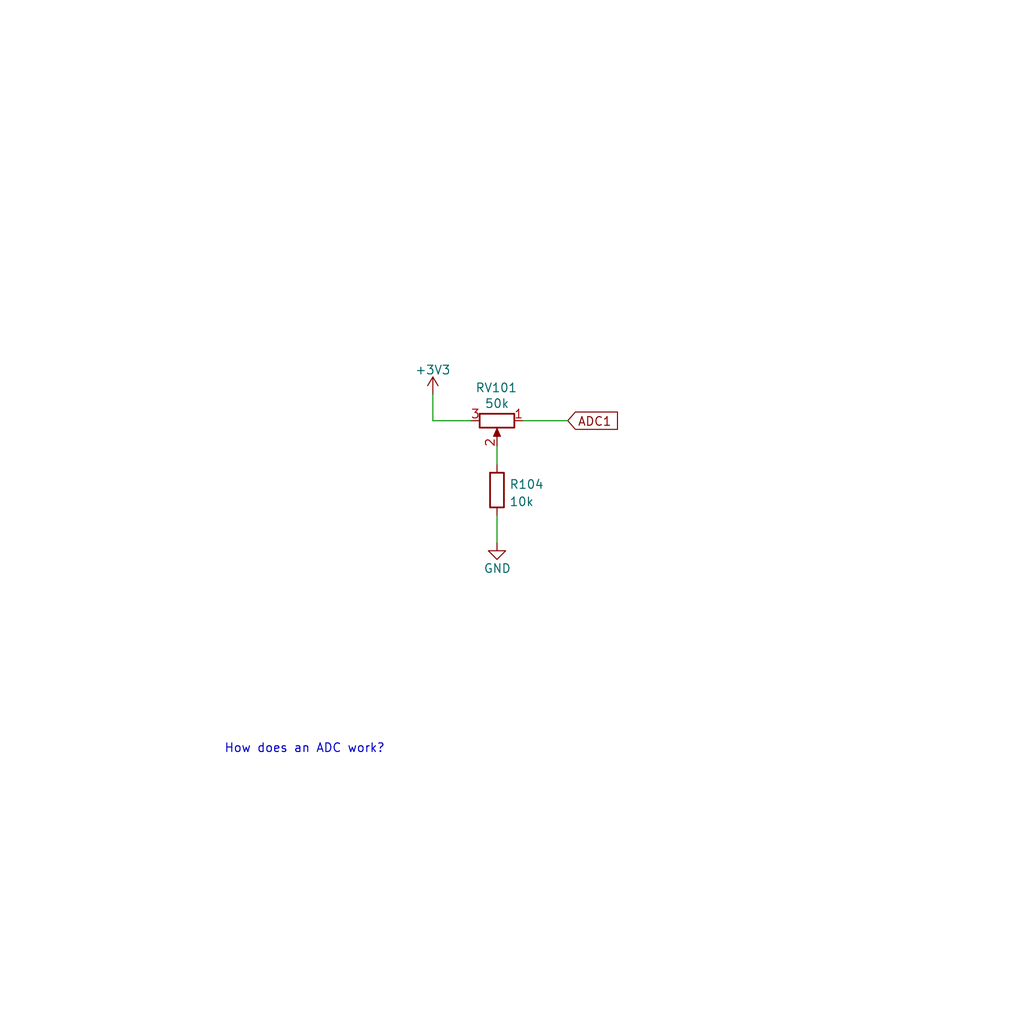
<source format=kicad_sch>
(kicad_sch (version 20211123) (generator eeschema)
  (paper "User" 150.012 150.012)
  (lib_symbols
    (symbol "Device:R" (pin_numbers hide) (pin_names (offset 0))
      (property "Reference" "R" (at 2.032 0 90))
      (property "Value" "R" (at 0 0 90))
      (symbol "R_0_1"
        (rectangle (start -1.016 -2.54) (end 1.016 2.54) (stroke (width 0.254)))
      )
      (symbol "R_1_1"
        (pin passive line (at 0 3.81 270) (length 1.27) (name "~") (number "1"))
        (pin passive line (at 0 -3.81 90) (length 1.27) (name "~") (number "2"))
      )
    )
    (symbol "Device:R_Potentiometer" (pin_names (offset 1.016) hide)
      (property "Reference" "RV" (at -4.445 0 90))
      (property "Value" "R_Potentiometer" (at -2.54 0 90))
      (symbol "R_Potentiometer_0_1"
        (polyline (pts (xy 2.54 0) (xy 1.524 0)))
        (polyline (pts (xy 1.143 0) (xy 2.286 0.508) (xy 2.286 -0.508) (xy 1.143 0)) (fill (type outline)))
        (rectangle (start 1.016 2.54) (end -1.016 -2.54) (stroke (width 0.254)))
      )
      (symbol "R_Potentiometer_1_1"
        (pin passive line (at 0 3.81 270) (length 1.27) (name "1") (number "1"))
        (pin passive line (at 3.81 0 180) (length 1.27) (name "2") (number "2"))
        (pin passive line (at 0 -3.81 90) (length 1.27) (name "3") (number "3"))
      )
    )
    (symbol "power:+3V3" (power) (pin_names (offset 0))
      (property "Value" "+3V3" (at 0 3.556 0))
      (symbol "+3V3_0_1"
        (polyline (pts (xy -0.762 1.27) (xy 0 2.54)))
        (polyline (pts (xy 0 0) (xy 0 2.54)))
        (polyline (pts (xy 0 2.54) (xy 0.762 1.27)))
      )
      (symbol "+3V3_1_1"
        (pin power_in line (at 0 0 90) (length 0) hide (name "+3V3") (number "1"))
      )
    )
    (symbol "power:GND" (power) (pin_names (offset 0))
      (property "Value" "GND" (at 0 -3.81 0))
      (symbol "GND_0_1"
        (polyline (pts (xy 0 0) (xy 0 -1.27) (xy 1.27 -1.27) (xy 0 -2.54) (xy -1.27 -1.27) (xy 0 -1.27)))
      )
      (symbol "GND_1_1"
        (pin power_in line (at 0 0 270) (length 0) hide (name "GND") (number "1"))
      )
    )
  )
  (wire (pts (xy 63.3984 61.6204) (xy 63.3984 57.7596)))
  (wire (pts (xy 68.9864 61.6204) (xy 63.3984 61.6204)))
  (wire (pts (xy 72.7964 65.4304) (xy 72.7964 67.9704)))
  (wire (pts (xy 72.7964 79.4004) (xy 72.7964 75.5904)))
  (wire (pts (xy 76.6064 61.6204) (xy 83.1596 61.6204)))
  (text "How does an ADC work?" (at 32.8168 110.49 0) (effects (font (size 1.27 1.27)) (justify left bottom)))
  (global_label "ADC1" (shape input) (at 83.1596 61.6204 0) (property "Intersheet References" "${INTERSHEET_REFS}" (effects hide)))
  (symbol (lib_id "Device:R_Potentiometer") (at 72.7964 61.6204 270) (unit 1)
    (property "Reference" "RV101" (at 72.6948 56.7944 90))
    (property "Value" "50k" (at 72.7964 59.1058 90))
  )
  (symbol (lib_id "power:+3V3") (at 63.3984 57.7596 0) (unit 1)
    (property "Reference" "#PWR?" (effects hide))
    (property "Value" "+3V3" (at 63.3984 54.1838 0))
  )
  (symbol (lib_id "Device:R") (at 72.7964 71.7804 0) (mirror y) (unit 1)
    (property "Reference" "R104" (at 74.5744 70.9457 0) (effects (justify right)))
    (property "Value" "10k" (at 74.5744 73.4826 0) (effects (justify right)))
  )
  (symbol (lib_id "power:GND") (at 72.7964 79.4004 0) (mirror y) (unit 1)
    (property "Reference" "#PWR?" (effects hide))
    (property "Value" "GND" (at 72.8472 83.2612 0))
  )
)
</source>
